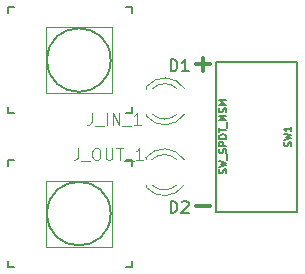
<source format=gbr>
G04 #@! TF.GenerationSoftware,KiCad,Pcbnew,(5.0.0)*
G04 #@! TF.CreationDate,2018-08-18T17:33:36+02:00*
G04 #@! TF.ProjectId,1u_mute,31755F6D7574652E6B696361645F7063,rev?*
G04 #@! TF.SameCoordinates,Original*
G04 #@! TF.FileFunction,Legend,Top*
G04 #@! TF.FilePolarity,Positive*
%FSLAX46Y46*%
G04 Gerber Fmt 4.6, Leading zero omitted, Abs format (unit mm)*
G04 Created by KiCad (PCBNEW (5.0.0)) date 08/18/18 17:33:36*
%MOMM*%
%LPD*%
G01*
G04 APERTURE LIST*
%ADD10C,0.300000*%
%ADD11C,0.127000*%
%ADD12C,0.066040*%
%ADD13C,0.120000*%
%ADD14C,0.203200*%
%ADD15C,0.076200*%
%ADD16C,0.150000*%
G04 APERTURE END LIST*
D10*
X16428571Y-16857142D02*
X17571428Y-16857142D01*
X16428571Y-4857142D02*
X17571428Y-4857142D01*
X17000000Y-5428571D02*
X17000000Y-4285714D01*
D11*
G04 #@! TO.C,J_OUT_1*
X9189860Y-17500000D02*
G75*
G03X9189860Y-17500000I-2689860J0D01*
G01*
X10998340Y-21998340D02*
X10998340Y-21497960D01*
X10497960Y-21998340D02*
X10998340Y-21998340D01*
X10998340Y-13001660D02*
X10998340Y-13502040D01*
X10497960Y-13001660D02*
X10998340Y-13001660D01*
X500520Y-13001660D02*
X1000900Y-13001660D01*
X500520Y-13502040D02*
X500520Y-13001660D01*
X500520Y-21998340D02*
X500520Y-21497960D01*
X1000900Y-21998340D02*
X500520Y-21998340D01*
D12*
X9299080Y-20299080D02*
X3700920Y-20299080D01*
X3700920Y-20299080D02*
X3700920Y-14700920D01*
X9299080Y-14700920D02*
X3700920Y-14700920D01*
X9299080Y-20299080D02*
X9299080Y-14700920D01*
D13*
G04 #@! TO.C,D1*
X12210000Y-9080000D02*
X12210000Y-9236000D01*
X12210000Y-6764000D02*
X12210000Y-6920000D01*
X14811130Y-9079837D02*
G75*
G02X12729039Y-9080000I-1041130J1079837D01*
G01*
X14811130Y-6920163D02*
G75*
G03X12729039Y-6920000I-1041130J-1079837D01*
G01*
X15442335Y-9078608D02*
G75*
G02X12210000Y-9235516I-1672335J1078608D01*
G01*
X15442335Y-6921392D02*
G75*
G03X12210000Y-6764484I-1672335J-1078608D01*
G01*
G04 #@! TO.C,D2*
X15402335Y-12921392D02*
G75*
G03X12170000Y-12764484I-1672335J-1078608D01*
G01*
X15402335Y-15078608D02*
G75*
G02X12170000Y-15235516I-1672335J1078608D01*
G01*
X14771130Y-12920163D02*
G75*
G03X12689039Y-12920000I-1041130J-1079837D01*
G01*
X14771130Y-15079837D02*
G75*
G02X12689039Y-15080000I-1041130J1079837D01*
G01*
X12170000Y-12764000D02*
X12170000Y-12920000D01*
X12170000Y-15080000D02*
X12170000Y-15236000D01*
D12*
G04 #@! TO.C,J_IN_1*
X9299080Y-7299080D02*
X9299080Y-1700920D01*
X9299080Y-1700920D02*
X3700920Y-1700920D01*
X3700920Y-7299080D02*
X3700920Y-1700920D01*
X9299080Y-7299080D02*
X3700920Y-7299080D01*
D11*
X1000900Y-8998340D02*
X500520Y-8998340D01*
X500520Y-8998340D02*
X500520Y-8497960D01*
X500520Y-502040D02*
X500520Y-1660D01*
X500520Y-1660D02*
X1000900Y-1660D01*
X10497960Y-1660D02*
X10998340Y-1660D01*
X10998340Y-1660D02*
X10998340Y-502040D01*
X10497960Y-8998340D02*
X10998340Y-8998340D01*
X10998340Y-8998340D02*
X10998340Y-8497960D01*
X9189860Y-4500000D02*
G75*
G03X9189860Y-4500000I-2689860J0D01*
G01*
D14*
G04 #@! TO.C,SW1*
X18070000Y-17350000D02*
X24930000Y-17350000D01*
X24930000Y-17350000D02*
X24930000Y-4650000D01*
X24930000Y-4640000D02*
X18070000Y-4650000D01*
X18070000Y-4650000D02*
X18070000Y-17350000D01*
G04 #@! TO.C,J_OUT_1*
D15*
X6435809Y-11943619D02*
X6435809Y-12669333D01*
X6387428Y-12814476D01*
X6290666Y-12911238D01*
X6145523Y-12959619D01*
X6048761Y-12959619D01*
X6677714Y-13056380D02*
X7451809Y-13056380D01*
X7887238Y-11943619D02*
X8080761Y-11943619D01*
X8177523Y-11992000D01*
X8274285Y-12088761D01*
X8322666Y-12282285D01*
X8322666Y-12620952D01*
X8274285Y-12814476D01*
X8177523Y-12911238D01*
X8080761Y-12959619D01*
X7887238Y-12959619D01*
X7790476Y-12911238D01*
X7693714Y-12814476D01*
X7645333Y-12620952D01*
X7645333Y-12282285D01*
X7693714Y-12088761D01*
X7790476Y-11992000D01*
X7887238Y-11943619D01*
X8758095Y-11943619D02*
X8758095Y-12766095D01*
X8806476Y-12862857D01*
X8854857Y-12911238D01*
X8951619Y-12959619D01*
X9145142Y-12959619D01*
X9241904Y-12911238D01*
X9290285Y-12862857D01*
X9338666Y-12766095D01*
X9338666Y-11943619D01*
X9677333Y-11943619D02*
X10257904Y-11943619D01*
X9967619Y-12959619D02*
X9967619Y-11943619D01*
X10354666Y-13056380D02*
X11128761Y-13056380D01*
X11902857Y-12959619D02*
X11322285Y-12959619D01*
X11612571Y-12959619D02*
X11612571Y-11943619D01*
X11515809Y-12088761D01*
X11419047Y-12185523D01*
X11322285Y-12233904D01*
G04 #@! TO.C,D1*
D16*
X14261904Y-5452380D02*
X14261904Y-4452380D01*
X14500000Y-4452380D01*
X14642857Y-4500000D01*
X14738095Y-4595238D01*
X14785714Y-4690476D01*
X14833333Y-4880952D01*
X14833333Y-5023809D01*
X14785714Y-5214285D01*
X14738095Y-5309523D01*
X14642857Y-5404761D01*
X14500000Y-5452380D01*
X14261904Y-5452380D01*
X15785714Y-5452380D02*
X15214285Y-5452380D01*
X15500000Y-5452380D02*
X15500000Y-4452380D01*
X15404761Y-4595238D01*
X15309523Y-4690476D01*
X15214285Y-4738095D01*
G04 #@! TO.C,D2*
X14261904Y-17452380D02*
X14261904Y-16452380D01*
X14500000Y-16452380D01*
X14642857Y-16500000D01*
X14738095Y-16595238D01*
X14785714Y-16690476D01*
X14833333Y-16880952D01*
X14833333Y-17023809D01*
X14785714Y-17214285D01*
X14738095Y-17309523D01*
X14642857Y-17404761D01*
X14500000Y-17452380D01*
X14261904Y-17452380D01*
X15214285Y-16547619D02*
X15261904Y-16500000D01*
X15357142Y-16452380D01*
X15595238Y-16452380D01*
X15690476Y-16500000D01*
X15738095Y-16547619D01*
X15785714Y-16642857D01*
X15785714Y-16738095D01*
X15738095Y-16880952D01*
X15166666Y-17452380D01*
X15785714Y-17452380D01*
G04 #@! TO.C,J_IN_1*
D15*
X7613142Y-8943619D02*
X7613142Y-9669333D01*
X7564761Y-9814476D01*
X7468000Y-9911238D01*
X7322857Y-9959619D01*
X7226095Y-9959619D01*
X7855047Y-10056380D02*
X8629142Y-10056380D01*
X8871047Y-9959619D02*
X8871047Y-8943619D01*
X9354857Y-9959619D02*
X9354857Y-8943619D01*
X9935428Y-9959619D01*
X9935428Y-8943619D01*
X10177333Y-10056380D02*
X10951428Y-10056380D01*
X11725523Y-9959619D02*
X11144952Y-9959619D01*
X11435238Y-9959619D02*
X11435238Y-8943619D01*
X11338476Y-9088761D01*
X11241714Y-9185523D01*
X11144952Y-9233904D01*
G04 #@! TO.C,SW1*
D11*
X24464542Y-11812800D02*
X24493571Y-11725714D01*
X24493571Y-11580571D01*
X24464542Y-11522514D01*
X24435514Y-11493485D01*
X24377457Y-11464457D01*
X24319400Y-11464457D01*
X24261342Y-11493485D01*
X24232314Y-11522514D01*
X24203285Y-11580571D01*
X24174257Y-11696685D01*
X24145228Y-11754742D01*
X24116200Y-11783771D01*
X24058142Y-11812800D01*
X24000085Y-11812800D01*
X23942028Y-11783771D01*
X23913000Y-11754742D01*
X23883971Y-11696685D01*
X23883971Y-11551542D01*
X23913000Y-11464457D01*
X23883971Y-11261257D02*
X24493571Y-11116114D01*
X24058142Y-11000000D01*
X24493571Y-10883885D01*
X23883971Y-10738742D01*
X24493571Y-10187200D02*
X24493571Y-10535542D01*
X24493571Y-10361371D02*
X23883971Y-10361371D01*
X23971057Y-10419428D01*
X24029114Y-10477485D01*
X24058142Y-10535542D01*
X18952742Y-14106057D02*
X18981771Y-14018971D01*
X18981771Y-13873828D01*
X18952742Y-13815771D01*
X18923714Y-13786742D01*
X18865657Y-13757714D01*
X18807600Y-13757714D01*
X18749542Y-13786742D01*
X18720514Y-13815771D01*
X18691485Y-13873828D01*
X18662457Y-13989942D01*
X18633428Y-14048000D01*
X18604400Y-14077028D01*
X18546342Y-14106057D01*
X18488285Y-14106057D01*
X18430228Y-14077028D01*
X18401200Y-14048000D01*
X18372171Y-13989942D01*
X18372171Y-13844800D01*
X18401200Y-13757714D01*
X18372171Y-13554514D02*
X18981771Y-13409371D01*
X18546342Y-13293257D01*
X18981771Y-13177142D01*
X18372171Y-13032000D01*
X19039828Y-12944914D02*
X19039828Y-12480457D01*
X18952742Y-12364342D02*
X18981771Y-12277257D01*
X18981771Y-12132114D01*
X18952742Y-12074057D01*
X18923714Y-12045028D01*
X18865657Y-12016000D01*
X18807600Y-12016000D01*
X18749542Y-12045028D01*
X18720514Y-12074057D01*
X18691485Y-12132114D01*
X18662457Y-12248228D01*
X18633428Y-12306285D01*
X18604400Y-12335314D01*
X18546342Y-12364342D01*
X18488285Y-12364342D01*
X18430228Y-12335314D01*
X18401200Y-12306285D01*
X18372171Y-12248228D01*
X18372171Y-12103085D01*
X18401200Y-12016000D01*
X18981771Y-11754742D02*
X18372171Y-11754742D01*
X18372171Y-11522514D01*
X18401200Y-11464457D01*
X18430228Y-11435428D01*
X18488285Y-11406400D01*
X18575371Y-11406400D01*
X18633428Y-11435428D01*
X18662457Y-11464457D01*
X18691485Y-11522514D01*
X18691485Y-11754742D01*
X18981771Y-11145142D02*
X18372171Y-11145142D01*
X18372171Y-11000000D01*
X18401200Y-10912914D01*
X18459257Y-10854857D01*
X18517314Y-10825828D01*
X18633428Y-10796800D01*
X18720514Y-10796800D01*
X18836628Y-10825828D01*
X18894685Y-10854857D01*
X18952742Y-10912914D01*
X18981771Y-11000000D01*
X18981771Y-11145142D01*
X18372171Y-10622628D02*
X18372171Y-10274285D01*
X18981771Y-10448457D02*
X18372171Y-10448457D01*
X19039828Y-10216228D02*
X19039828Y-9751771D01*
X18981771Y-9606628D02*
X18372171Y-9606628D01*
X18807600Y-9403428D01*
X18372171Y-9200228D01*
X18981771Y-9200228D01*
X18952742Y-8938971D02*
X18981771Y-8851885D01*
X18981771Y-8706742D01*
X18952742Y-8648685D01*
X18923714Y-8619657D01*
X18865657Y-8590628D01*
X18807600Y-8590628D01*
X18749542Y-8619657D01*
X18720514Y-8648685D01*
X18691485Y-8706742D01*
X18662457Y-8822857D01*
X18633428Y-8880914D01*
X18604400Y-8909942D01*
X18546342Y-8938971D01*
X18488285Y-8938971D01*
X18430228Y-8909942D01*
X18401200Y-8880914D01*
X18372171Y-8822857D01*
X18372171Y-8677714D01*
X18401200Y-8590628D01*
X18981771Y-8329371D02*
X18372171Y-8329371D01*
X18807600Y-8126171D01*
X18372171Y-7922971D01*
X18981771Y-7922971D01*
G04 #@! TD*
M02*

</source>
